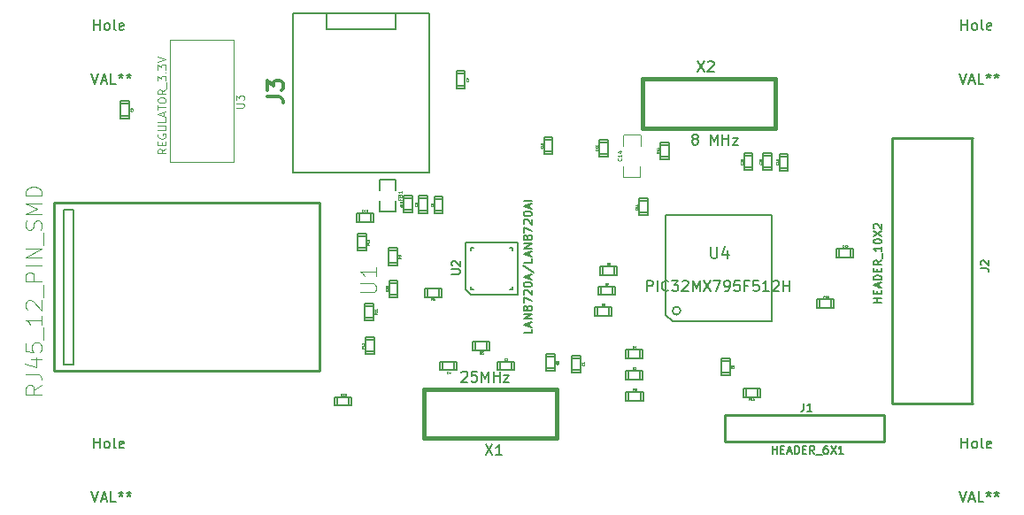
<source format=gto>
G04 (created by PCBNEW (2013-08-24 BZR 4298)-stable) date Sat 16 Nov 2013 10:00:17 PM PST*
%MOIN*%
G04 Gerber Fmt 3.4, Leading zero omitted, Abs format*
%FSLAX34Y34*%
G01*
G70*
G90*
G04 APERTURE LIST*
%ADD10C,0.005906*%
%ADD11C,0.005000*%
%ADD12C,0.010000*%
%ADD13C,0.003900*%
%ADD14C,0.008000*%
%ADD15C,0.005900*%
%ADD16C,0.007900*%
%ADD17C,0.015000*%
%ADD18C,0.001600*%
%ADD19C,0.007500*%
%ADD20C,0.003700*%
%ADD21C,0.006000*%
%ADD22C,0.007874*%
%ADD23C,0.012000*%
G04 APERTURE END LIST*
G54D10*
G54D11*
X21560Y-41247D02*
X21880Y-41247D01*
X21870Y-40807D02*
X21560Y-40807D01*
X21880Y-40707D02*
X21880Y-41347D01*
X21880Y-41347D02*
X21560Y-41347D01*
X21560Y-41347D02*
X21560Y-40707D01*
X21560Y-40707D02*
X21880Y-40707D01*
X22054Y-40266D02*
X22054Y-39946D01*
X21614Y-39956D02*
X21614Y-40266D01*
X21514Y-39946D02*
X22154Y-39946D01*
X22154Y-39946D02*
X22154Y-40266D01*
X22154Y-40266D02*
X21514Y-40266D01*
X21514Y-40266D02*
X21514Y-39946D01*
X36181Y-46532D02*
X36181Y-46852D01*
X36621Y-46842D02*
X36621Y-46532D01*
X36721Y-46852D02*
X36081Y-46852D01*
X36081Y-46852D02*
X36081Y-46532D01*
X36081Y-46532D02*
X36721Y-46532D01*
X36721Y-46532D02*
X36721Y-46852D01*
X21231Y-47179D02*
X21231Y-46859D01*
X20791Y-46869D02*
X20791Y-47179D01*
X20691Y-46859D02*
X21331Y-46859D01*
X21331Y-46859D02*
X21331Y-47179D01*
X21331Y-47179D02*
X20691Y-47179D01*
X20691Y-47179D02*
X20691Y-46859D01*
X22179Y-44709D02*
X21859Y-44709D01*
X21869Y-45149D02*
X22179Y-45149D01*
X21859Y-45249D02*
X21859Y-44609D01*
X21859Y-44609D02*
X22179Y-44609D01*
X22179Y-44609D02*
X22179Y-45249D01*
X22179Y-45249D02*
X21859Y-45249D01*
X21840Y-43869D02*
X22160Y-43869D01*
X22150Y-43429D02*
X21840Y-43429D01*
X22160Y-43329D02*
X22160Y-43969D01*
X22160Y-43969D02*
X21840Y-43969D01*
X21840Y-43969D02*
X21840Y-43329D01*
X21840Y-43329D02*
X22160Y-43329D01*
X23065Y-42551D02*
X22745Y-42551D01*
X22755Y-42991D02*
X23065Y-42991D01*
X22745Y-43091D02*
X22745Y-42451D01*
X22745Y-42451D02*
X23065Y-42451D01*
X23065Y-42451D02*
X23065Y-43091D01*
X23065Y-43091D02*
X22745Y-43091D01*
X22737Y-41786D02*
X23057Y-41786D01*
X23047Y-41346D02*
X22737Y-41346D01*
X23057Y-41246D02*
X23057Y-41886D01*
X23057Y-41886D02*
X22737Y-41886D01*
X22737Y-41886D02*
X22737Y-41246D01*
X22737Y-41246D02*
X23057Y-41246D01*
X31031Y-43793D02*
X31031Y-43473D01*
X30591Y-43483D02*
X30591Y-43793D01*
X30491Y-43473D02*
X31131Y-43473D01*
X31131Y-43473D02*
X31131Y-43793D01*
X31131Y-43793D02*
X30491Y-43793D01*
X30491Y-43793D02*
X30491Y-43473D01*
X31164Y-43014D02*
X31164Y-42694D01*
X30724Y-42704D02*
X30724Y-43014D01*
X30624Y-42694D02*
X31264Y-42694D01*
X31264Y-42694D02*
X31264Y-43014D01*
X31264Y-43014D02*
X30624Y-43014D01*
X30624Y-43014D02*
X30624Y-42694D01*
X31223Y-42266D02*
X31223Y-41946D01*
X30783Y-41956D02*
X30783Y-42266D01*
X30683Y-41946D02*
X31323Y-41946D01*
X31323Y-41946D02*
X31323Y-42266D01*
X31323Y-42266D02*
X30683Y-42266D01*
X30683Y-42266D02*
X30683Y-41946D01*
X26000Y-44780D02*
X26000Y-45100D01*
X26440Y-45090D02*
X26440Y-44780D01*
X26540Y-45100D02*
X25900Y-45100D01*
X25900Y-45100D02*
X25900Y-44780D01*
X25900Y-44780D02*
X26540Y-44780D01*
X26540Y-44780D02*
X26540Y-45100D01*
X32216Y-46990D02*
X32216Y-46670D01*
X31776Y-46680D02*
X31776Y-46990D01*
X31676Y-46670D02*
X32316Y-46670D01*
X32316Y-46670D02*
X32316Y-46990D01*
X32316Y-46990D02*
X31676Y-46990D01*
X31676Y-46990D02*
X31676Y-46670D01*
X32200Y-46195D02*
X32200Y-45875D01*
X31760Y-45885D02*
X31760Y-46195D01*
X31660Y-45875D02*
X32300Y-45875D01*
X32300Y-45875D02*
X32300Y-46195D01*
X32300Y-46195D02*
X31660Y-46195D01*
X31660Y-46195D02*
X31660Y-45875D01*
X32204Y-45392D02*
X32204Y-45072D01*
X31764Y-45082D02*
X31764Y-45392D01*
X31664Y-45072D02*
X32304Y-45072D01*
X32304Y-45072D02*
X32304Y-45392D01*
X32304Y-45392D02*
X31664Y-45392D01*
X31664Y-45392D02*
X31664Y-45072D01*
G54D12*
X41401Y-47531D02*
X35401Y-47531D01*
X41401Y-47531D02*
X41401Y-48531D01*
X41407Y-48537D02*
X35395Y-48537D01*
X35395Y-48537D02*
X35395Y-47529D01*
G54D11*
X37148Y-37768D02*
X36828Y-37768D01*
X36838Y-38208D02*
X37148Y-38208D01*
X36828Y-38308D02*
X36828Y-37668D01*
X36828Y-37668D02*
X37148Y-37668D01*
X37148Y-37668D02*
X37148Y-38308D01*
X37148Y-38308D02*
X36828Y-38308D01*
X36439Y-37772D02*
X36119Y-37772D01*
X36129Y-38212D02*
X36439Y-38212D01*
X36119Y-38312D02*
X36119Y-37672D01*
X36119Y-37672D02*
X36439Y-37672D01*
X36439Y-37672D02*
X36439Y-38312D01*
X36439Y-38312D02*
X36119Y-38312D01*
X33289Y-37358D02*
X32969Y-37358D01*
X32979Y-37798D02*
X33289Y-37798D01*
X32969Y-37898D02*
X32969Y-37258D01*
X32969Y-37258D02*
X33289Y-37258D01*
X33289Y-37258D02*
X33289Y-37898D01*
X33289Y-37898D02*
X32969Y-37898D01*
X37770Y-37783D02*
X37450Y-37783D01*
X37460Y-38223D02*
X37770Y-38223D01*
X37450Y-38323D02*
X37450Y-37683D01*
X37450Y-37683D02*
X37770Y-37683D01*
X37770Y-37683D02*
X37770Y-38323D01*
X37770Y-38323D02*
X37450Y-38323D01*
X30986Y-37260D02*
X30666Y-37260D01*
X30676Y-37700D02*
X30986Y-37700D01*
X30666Y-37800D02*
X30666Y-37160D01*
X30666Y-37160D02*
X30986Y-37160D01*
X30986Y-37160D02*
X30986Y-37800D01*
X30986Y-37800D02*
X30666Y-37800D01*
X40133Y-41593D02*
X40133Y-41273D01*
X39693Y-41283D02*
X39693Y-41593D01*
X39593Y-41273D02*
X40233Y-41273D01*
X40233Y-41273D02*
X40233Y-41593D01*
X40233Y-41593D02*
X39593Y-41593D01*
X39593Y-41593D02*
X39593Y-41273D01*
X32478Y-39476D02*
X32158Y-39476D01*
X32168Y-39916D02*
X32478Y-39916D01*
X32158Y-40016D02*
X32158Y-39376D01*
X32158Y-39376D02*
X32478Y-39376D01*
X32478Y-39376D02*
X32478Y-40016D01*
X32478Y-40016D02*
X32158Y-40016D01*
X39408Y-43502D02*
X39408Y-43182D01*
X38968Y-43192D02*
X38968Y-43502D01*
X38868Y-43182D02*
X39508Y-43182D01*
X39508Y-43182D02*
X39508Y-43502D01*
X39508Y-43502D02*
X38868Y-43502D01*
X38868Y-43502D02*
X38868Y-43182D01*
X12643Y-36255D02*
X12963Y-36255D01*
X12953Y-35815D02*
X12643Y-35815D01*
X12963Y-35715D02*
X12963Y-36355D01*
X12963Y-36355D02*
X12643Y-36355D01*
X12643Y-36355D02*
X12643Y-35715D01*
X12643Y-35715D02*
X12963Y-35715D01*
X35273Y-45940D02*
X35593Y-45940D01*
X35583Y-45500D02*
X35273Y-45500D01*
X35593Y-45400D02*
X35593Y-46040D01*
X35593Y-46040D02*
X35273Y-46040D01*
X35273Y-46040D02*
X35273Y-45400D01*
X35273Y-45400D02*
X35593Y-45400D01*
X25288Y-35121D02*
X25608Y-35121D01*
X25598Y-34681D02*
X25288Y-34681D01*
X25608Y-34581D02*
X25608Y-35221D01*
X25608Y-35221D02*
X25288Y-35221D01*
X25288Y-35221D02*
X25288Y-34581D01*
X25288Y-34581D02*
X25608Y-34581D01*
X24183Y-39378D02*
X23863Y-39378D01*
X23873Y-39818D02*
X24183Y-39818D01*
X23863Y-39918D02*
X23863Y-39278D01*
X23863Y-39278D02*
X24183Y-39278D01*
X24183Y-39278D02*
X24183Y-39918D01*
X24183Y-39918D02*
X23863Y-39918D01*
X24770Y-39398D02*
X24450Y-39398D01*
X24460Y-39838D02*
X24770Y-39838D01*
X24450Y-39938D02*
X24450Y-39298D01*
X24450Y-39298D02*
X24770Y-39298D01*
X24770Y-39298D02*
X24770Y-39938D01*
X24770Y-39938D02*
X24450Y-39938D01*
X24760Y-45528D02*
X24760Y-45848D01*
X25200Y-45838D02*
X25200Y-45528D01*
X25300Y-45848D02*
X24660Y-45848D01*
X24660Y-45848D02*
X24660Y-45528D01*
X24660Y-45528D02*
X25300Y-45528D01*
X25300Y-45528D02*
X25300Y-45848D01*
X27365Y-45841D02*
X27365Y-45521D01*
X26925Y-45531D02*
X26925Y-45841D01*
X26825Y-45521D02*
X27465Y-45521D01*
X27465Y-45521D02*
X27465Y-45841D01*
X27465Y-45841D02*
X26825Y-45841D01*
X26825Y-45841D02*
X26825Y-45521D01*
X29643Y-45830D02*
X29963Y-45830D01*
X29953Y-45390D02*
X29643Y-45390D01*
X29963Y-45290D02*
X29963Y-45930D01*
X29963Y-45930D02*
X29643Y-45930D01*
X29643Y-45930D02*
X29643Y-45290D01*
X29643Y-45290D02*
X29963Y-45290D01*
G54D13*
X16904Y-33385D02*
X16904Y-37985D01*
X16904Y-37985D02*
X14504Y-37985D01*
X14504Y-37985D02*
X14504Y-33385D01*
X14504Y-33385D02*
X16904Y-33385D01*
G54D11*
X22408Y-39063D02*
X22408Y-38663D01*
X22408Y-38663D02*
X23008Y-38663D01*
X23008Y-38663D02*
X23008Y-39063D01*
X23008Y-39463D02*
X23008Y-39863D01*
X23008Y-39863D02*
X22408Y-39863D01*
X22408Y-39863D02*
X22408Y-39463D01*
G54D14*
X33723Y-43603D02*
G75*
G03X33723Y-43603I-150J0D01*
G74*
G01*
X37173Y-40003D02*
X33173Y-40003D01*
X33173Y-40003D02*
X33173Y-43753D01*
X33173Y-43753D02*
X33423Y-44003D01*
X33423Y-44003D02*
X37173Y-44003D01*
X37173Y-44003D02*
X37173Y-40003D01*
G54D13*
X32203Y-38169D02*
X32203Y-38569D01*
X32189Y-38571D02*
X31589Y-38571D01*
X31565Y-38571D02*
X31565Y-38171D01*
X31563Y-37387D02*
X31563Y-36987D01*
X31589Y-36981D02*
X32189Y-36981D01*
X32211Y-36983D02*
X32211Y-37383D01*
G54D12*
X41714Y-37106D02*
X44714Y-37106D01*
X41685Y-37106D02*
X41685Y-47106D01*
X44685Y-37106D02*
X44685Y-47106D01*
X44714Y-47106D02*
X41714Y-47106D01*
G54D11*
X24181Y-42765D02*
X24181Y-43085D01*
X24621Y-43075D02*
X24621Y-42765D01*
X24721Y-43085D02*
X24081Y-43085D01*
X24081Y-43085D02*
X24081Y-42765D01*
X24081Y-42765D02*
X24721Y-42765D01*
X24721Y-42765D02*
X24721Y-43085D01*
G54D15*
X25638Y-42803D02*
X25638Y-41039D01*
X25834Y-42999D02*
X27598Y-42999D01*
X25834Y-42999D02*
X25638Y-42803D01*
G54D16*
X25932Y-42803D02*
X25834Y-42803D01*
X25834Y-42803D02*
X25834Y-42705D01*
X27402Y-42705D02*
X27402Y-42803D01*
X27402Y-42803D02*
X27304Y-42803D01*
X27304Y-41235D02*
X27402Y-41235D01*
X27402Y-41235D02*
X27402Y-41333D01*
X25834Y-41333D02*
X25834Y-41235D01*
X25834Y-41235D02*
X25932Y-41235D01*
G54D15*
X27598Y-41039D02*
X27598Y-42999D01*
X25638Y-41039D02*
X27598Y-41039D01*
G54D17*
X37303Y-34881D02*
X37303Y-36732D01*
X32303Y-34881D02*
X32303Y-36732D01*
X32303Y-36732D02*
X37303Y-36732D01*
X32303Y-34881D02*
X37303Y-34881D01*
X24074Y-48401D02*
X24074Y-46551D01*
X29074Y-48401D02*
X29074Y-46551D01*
X29074Y-46551D02*
X24074Y-46551D01*
X29074Y-48401D02*
X24074Y-48401D01*
G54D10*
X10875Y-39807D02*
X10482Y-39807D01*
X10482Y-39807D02*
X10482Y-45633D01*
X10482Y-45633D02*
X10875Y-45633D01*
X10875Y-45633D02*
X10875Y-39807D01*
G54D12*
X20137Y-39531D02*
X20137Y-45870D01*
X20137Y-45870D02*
X10137Y-45870D01*
X10137Y-45870D02*
X10137Y-39531D01*
X10137Y-39531D02*
X20137Y-39531D01*
G54D11*
X28670Y-45775D02*
X28990Y-45775D01*
X28980Y-45335D02*
X28670Y-45335D01*
X28990Y-45235D02*
X28990Y-45875D01*
X28990Y-45875D02*
X28670Y-45875D01*
X28670Y-45875D02*
X28670Y-45235D01*
X28670Y-45235D02*
X28990Y-45235D01*
X23624Y-39370D02*
X23304Y-39370D01*
X23314Y-39810D02*
X23624Y-39810D01*
X23304Y-39910D02*
X23304Y-39270D01*
X23304Y-39270D02*
X23624Y-39270D01*
X23624Y-39270D02*
X23624Y-39910D01*
X23624Y-39910D02*
X23304Y-39910D01*
X28900Y-37165D02*
X28580Y-37165D01*
X28590Y-37605D02*
X28900Y-37605D01*
X28580Y-37705D02*
X28580Y-37065D01*
X28580Y-37065D02*
X28900Y-37065D01*
X28900Y-37065D02*
X28900Y-37705D01*
X28900Y-37705D02*
X28580Y-37705D01*
X20393Y-32405D02*
X20393Y-33015D01*
X20393Y-33015D02*
X22992Y-33015D01*
X22992Y-33015D02*
X22992Y-32415D01*
G54D16*
X19132Y-38389D02*
X19132Y-32405D01*
X19132Y-32405D02*
X24252Y-32405D01*
X24252Y-32405D02*
X24252Y-38389D01*
X24252Y-38389D02*
X19132Y-38389D01*
G54D18*
X22006Y-41078D02*
X21968Y-41104D01*
X22006Y-41123D02*
X21927Y-41123D01*
X21927Y-41093D01*
X21930Y-41085D01*
X21934Y-41082D01*
X21942Y-41078D01*
X21953Y-41078D01*
X21961Y-41082D01*
X21964Y-41085D01*
X21968Y-41093D01*
X21968Y-41123D01*
X22006Y-41003D02*
X22006Y-41048D01*
X22006Y-41025D02*
X21927Y-41025D01*
X21938Y-41033D01*
X21946Y-41040D01*
X21949Y-41048D01*
X21927Y-40935D02*
X21927Y-40950D01*
X21930Y-40957D01*
X21934Y-40961D01*
X21946Y-40969D01*
X21961Y-40973D01*
X21991Y-40973D01*
X21998Y-40969D01*
X22002Y-40965D01*
X22006Y-40957D01*
X22006Y-40942D01*
X22002Y-40935D01*
X21998Y-40931D01*
X21991Y-40927D01*
X21972Y-40927D01*
X21964Y-40931D01*
X21961Y-40935D01*
X21957Y-40942D01*
X21957Y-40957D01*
X21961Y-40965D01*
X21964Y-40969D01*
X21972Y-40973D01*
X21783Y-39892D02*
X21757Y-39854D01*
X21738Y-39892D02*
X21738Y-39813D01*
X21768Y-39813D01*
X21776Y-39816D01*
X21780Y-39820D01*
X21783Y-39828D01*
X21783Y-39839D01*
X21780Y-39846D01*
X21776Y-39850D01*
X21768Y-39854D01*
X21738Y-39854D01*
X21859Y-39892D02*
X21813Y-39892D01*
X21836Y-39892D02*
X21836Y-39813D01*
X21829Y-39824D01*
X21821Y-39831D01*
X21813Y-39835D01*
X21930Y-39813D02*
X21892Y-39813D01*
X21889Y-39850D01*
X21892Y-39846D01*
X21900Y-39843D01*
X21919Y-39843D01*
X21926Y-39846D01*
X21930Y-39850D01*
X21934Y-39858D01*
X21934Y-39876D01*
X21930Y-39884D01*
X21926Y-39888D01*
X21919Y-39892D01*
X21900Y-39892D01*
X21892Y-39888D01*
X21889Y-39884D01*
X36350Y-46978D02*
X36324Y-46941D01*
X36305Y-46978D02*
X36305Y-46899D01*
X36335Y-46899D01*
X36343Y-46903D01*
X36347Y-46907D01*
X36350Y-46914D01*
X36350Y-46925D01*
X36347Y-46933D01*
X36343Y-46937D01*
X36335Y-46941D01*
X36305Y-46941D01*
X36426Y-46978D02*
X36380Y-46978D01*
X36403Y-46978D02*
X36403Y-46899D01*
X36395Y-46910D01*
X36388Y-46918D01*
X36380Y-46922D01*
X36493Y-46925D02*
X36493Y-46978D01*
X36474Y-46895D02*
X36456Y-46952D01*
X36505Y-46952D01*
X20961Y-46805D02*
X20934Y-46767D01*
X20915Y-46805D02*
X20915Y-46726D01*
X20945Y-46726D01*
X20953Y-46730D01*
X20957Y-46733D01*
X20961Y-46741D01*
X20961Y-46752D01*
X20957Y-46760D01*
X20953Y-46764D01*
X20945Y-46767D01*
X20915Y-46767D01*
X21036Y-46805D02*
X20991Y-46805D01*
X21013Y-46805D02*
X21013Y-46726D01*
X21006Y-46737D01*
X20998Y-46745D01*
X20991Y-46748D01*
X21062Y-46726D02*
X21111Y-46726D01*
X21085Y-46756D01*
X21096Y-46756D01*
X21103Y-46760D01*
X21107Y-46764D01*
X21111Y-46771D01*
X21111Y-46790D01*
X21107Y-46797D01*
X21103Y-46801D01*
X21096Y-46805D01*
X21073Y-46805D01*
X21066Y-46801D01*
X21062Y-46797D01*
X21805Y-44979D02*
X21767Y-45006D01*
X21805Y-45025D02*
X21726Y-45025D01*
X21726Y-44994D01*
X21730Y-44987D01*
X21733Y-44983D01*
X21741Y-44979D01*
X21752Y-44979D01*
X21760Y-44983D01*
X21764Y-44987D01*
X21767Y-44994D01*
X21767Y-45025D01*
X21805Y-44904D02*
X21805Y-44949D01*
X21805Y-44927D02*
X21726Y-44927D01*
X21737Y-44934D01*
X21745Y-44942D01*
X21748Y-44949D01*
X21733Y-44874D02*
X21730Y-44870D01*
X21726Y-44863D01*
X21726Y-44844D01*
X21730Y-44836D01*
X21733Y-44833D01*
X21741Y-44829D01*
X21748Y-44829D01*
X21760Y-44833D01*
X21805Y-44878D01*
X21805Y-44829D01*
X22285Y-43700D02*
X22248Y-43726D01*
X22285Y-43745D02*
X22206Y-43745D01*
X22206Y-43715D01*
X22210Y-43707D01*
X22214Y-43704D01*
X22221Y-43700D01*
X22233Y-43700D01*
X22240Y-43704D01*
X22244Y-43707D01*
X22248Y-43715D01*
X22248Y-43745D01*
X22285Y-43625D02*
X22285Y-43670D01*
X22285Y-43647D02*
X22206Y-43647D01*
X22218Y-43655D01*
X22225Y-43662D01*
X22229Y-43670D01*
X22285Y-43549D02*
X22285Y-43595D01*
X22285Y-43572D02*
X22206Y-43572D01*
X22218Y-43580D01*
X22225Y-43587D01*
X22229Y-43595D01*
X22691Y-42822D02*
X22653Y-42848D01*
X22691Y-42867D02*
X22612Y-42867D01*
X22612Y-42837D01*
X22616Y-42829D01*
X22619Y-42826D01*
X22627Y-42822D01*
X22638Y-42822D01*
X22646Y-42826D01*
X22649Y-42829D01*
X22653Y-42837D01*
X22653Y-42867D01*
X22691Y-42747D02*
X22691Y-42792D01*
X22691Y-42769D02*
X22612Y-42769D01*
X22623Y-42777D01*
X22631Y-42784D01*
X22634Y-42792D01*
X22612Y-42698D02*
X22612Y-42690D01*
X22616Y-42683D01*
X22619Y-42679D01*
X22627Y-42675D01*
X22642Y-42671D01*
X22661Y-42671D01*
X22676Y-42675D01*
X22683Y-42679D01*
X22687Y-42683D01*
X22691Y-42690D01*
X22691Y-42698D01*
X22687Y-42705D01*
X22683Y-42709D01*
X22676Y-42713D01*
X22661Y-42717D01*
X22642Y-42717D01*
X22627Y-42713D01*
X22619Y-42709D01*
X22616Y-42705D01*
X22612Y-42698D01*
X23183Y-41580D02*
X23145Y-41606D01*
X23183Y-41625D02*
X23104Y-41625D01*
X23104Y-41595D01*
X23108Y-41587D01*
X23111Y-41583D01*
X23119Y-41580D01*
X23130Y-41580D01*
X23138Y-41583D01*
X23141Y-41587D01*
X23145Y-41595D01*
X23145Y-41625D01*
X23183Y-41542D02*
X23183Y-41527D01*
X23179Y-41519D01*
X23175Y-41516D01*
X23164Y-41508D01*
X23149Y-41504D01*
X23119Y-41504D01*
X23111Y-41508D01*
X23108Y-41512D01*
X23104Y-41519D01*
X23104Y-41534D01*
X23108Y-41542D01*
X23111Y-41546D01*
X23119Y-41550D01*
X23138Y-41550D01*
X23145Y-41546D01*
X23149Y-41542D01*
X23153Y-41534D01*
X23153Y-41519D01*
X23149Y-41512D01*
X23145Y-41508D01*
X23138Y-41504D01*
X30797Y-43419D02*
X30771Y-43381D01*
X30752Y-43419D02*
X30752Y-43340D01*
X30782Y-43340D01*
X30790Y-43344D01*
X30794Y-43348D01*
X30797Y-43355D01*
X30797Y-43366D01*
X30794Y-43374D01*
X30790Y-43378D01*
X30782Y-43381D01*
X30752Y-43381D01*
X30843Y-43374D02*
X30835Y-43370D01*
X30831Y-43366D01*
X30827Y-43359D01*
X30827Y-43355D01*
X30831Y-43348D01*
X30835Y-43344D01*
X30843Y-43340D01*
X30858Y-43340D01*
X30865Y-43344D01*
X30869Y-43348D01*
X30873Y-43355D01*
X30873Y-43359D01*
X30869Y-43366D01*
X30865Y-43370D01*
X30858Y-43374D01*
X30843Y-43374D01*
X30835Y-43378D01*
X30831Y-43381D01*
X30827Y-43389D01*
X30827Y-43404D01*
X30831Y-43412D01*
X30835Y-43415D01*
X30843Y-43419D01*
X30858Y-43419D01*
X30865Y-43415D01*
X30869Y-43412D01*
X30873Y-43404D01*
X30873Y-43389D01*
X30869Y-43381D01*
X30865Y-43378D01*
X30858Y-43374D01*
X30931Y-42640D02*
X30905Y-42602D01*
X30886Y-42640D02*
X30886Y-42561D01*
X30916Y-42561D01*
X30924Y-42564D01*
X30927Y-42568D01*
X30931Y-42576D01*
X30931Y-42587D01*
X30927Y-42594D01*
X30924Y-42598D01*
X30916Y-42602D01*
X30886Y-42602D01*
X30958Y-42561D02*
X31010Y-42561D01*
X30976Y-42640D01*
X30990Y-41892D02*
X30964Y-41854D01*
X30945Y-41892D02*
X30945Y-41813D01*
X30975Y-41813D01*
X30983Y-41816D01*
X30987Y-41820D01*
X30990Y-41828D01*
X30990Y-41839D01*
X30987Y-41846D01*
X30983Y-41850D01*
X30975Y-41854D01*
X30945Y-41854D01*
X31058Y-41813D02*
X31043Y-41813D01*
X31035Y-41816D01*
X31032Y-41820D01*
X31024Y-41831D01*
X31020Y-41846D01*
X31020Y-41876D01*
X31024Y-41884D01*
X31028Y-41888D01*
X31035Y-41892D01*
X31050Y-41892D01*
X31058Y-41888D01*
X31062Y-41884D01*
X31066Y-41876D01*
X31066Y-41858D01*
X31062Y-41850D01*
X31058Y-41846D01*
X31050Y-41843D01*
X31035Y-41843D01*
X31028Y-41846D01*
X31024Y-41850D01*
X31020Y-41858D01*
X26207Y-45226D02*
X26180Y-45189D01*
X26162Y-45226D02*
X26162Y-45147D01*
X26192Y-45147D01*
X26199Y-45151D01*
X26203Y-45155D01*
X26207Y-45162D01*
X26207Y-45174D01*
X26203Y-45181D01*
X26199Y-45185D01*
X26192Y-45189D01*
X26162Y-45189D01*
X26278Y-45147D02*
X26241Y-45147D01*
X26237Y-45185D01*
X26241Y-45181D01*
X26248Y-45177D01*
X26267Y-45177D01*
X26275Y-45181D01*
X26278Y-45185D01*
X26282Y-45192D01*
X26282Y-45211D01*
X26278Y-45219D01*
X26275Y-45222D01*
X26267Y-45226D01*
X26248Y-45226D01*
X26241Y-45222D01*
X26237Y-45219D01*
X31982Y-46616D02*
X31956Y-46578D01*
X31937Y-46616D02*
X31937Y-46537D01*
X31967Y-46537D01*
X31975Y-46541D01*
X31979Y-46544D01*
X31982Y-46552D01*
X31982Y-46563D01*
X31979Y-46571D01*
X31975Y-46575D01*
X31967Y-46578D01*
X31937Y-46578D01*
X32009Y-46537D02*
X32058Y-46537D01*
X32031Y-46567D01*
X32043Y-46567D01*
X32050Y-46571D01*
X32054Y-46575D01*
X32058Y-46582D01*
X32058Y-46601D01*
X32054Y-46608D01*
X32050Y-46612D01*
X32043Y-46616D01*
X32020Y-46616D01*
X32012Y-46612D01*
X32009Y-46608D01*
X31967Y-45821D02*
X31940Y-45783D01*
X31922Y-45821D02*
X31922Y-45742D01*
X31952Y-45742D01*
X31959Y-45745D01*
X31963Y-45749D01*
X31967Y-45757D01*
X31967Y-45768D01*
X31963Y-45776D01*
X31959Y-45779D01*
X31952Y-45783D01*
X31922Y-45783D01*
X31997Y-45749D02*
X32001Y-45745D01*
X32008Y-45742D01*
X32027Y-45742D01*
X32034Y-45745D01*
X32038Y-45749D01*
X32042Y-45757D01*
X32042Y-45764D01*
X32038Y-45776D01*
X31993Y-45821D01*
X32042Y-45821D01*
X31971Y-45018D02*
X31944Y-44980D01*
X31925Y-45018D02*
X31925Y-44939D01*
X31956Y-44939D01*
X31963Y-44942D01*
X31967Y-44946D01*
X31971Y-44954D01*
X31971Y-44965D01*
X31967Y-44972D01*
X31963Y-44976D01*
X31956Y-44980D01*
X31925Y-44980D01*
X32046Y-45018D02*
X32001Y-45018D01*
X32023Y-45018D02*
X32023Y-44939D01*
X32016Y-44950D01*
X32008Y-44957D01*
X32001Y-44961D01*
G54D19*
X38371Y-47085D02*
X38371Y-47299D01*
X38357Y-47342D01*
X38328Y-47370D01*
X38285Y-47385D01*
X38257Y-47385D01*
X38671Y-47385D02*
X38500Y-47385D01*
X38585Y-47385D02*
X38585Y-47085D01*
X38557Y-47128D01*
X38528Y-47156D01*
X38500Y-47170D01*
X37179Y-48999D02*
X37179Y-48699D01*
X37179Y-48842D02*
X37350Y-48842D01*
X37350Y-48999D02*
X37350Y-48699D01*
X37493Y-48842D02*
X37593Y-48842D01*
X37636Y-48999D02*
X37493Y-48999D01*
X37493Y-48699D01*
X37636Y-48699D01*
X37750Y-48913D02*
X37893Y-48913D01*
X37721Y-48999D02*
X37821Y-48699D01*
X37921Y-48999D01*
X38021Y-48999D02*
X38021Y-48699D01*
X38093Y-48699D01*
X38136Y-48713D01*
X38164Y-48742D01*
X38179Y-48770D01*
X38193Y-48827D01*
X38193Y-48870D01*
X38179Y-48927D01*
X38164Y-48956D01*
X38136Y-48984D01*
X38093Y-48999D01*
X38021Y-48999D01*
X38321Y-48842D02*
X38421Y-48842D01*
X38464Y-48999D02*
X38321Y-48999D01*
X38321Y-48699D01*
X38464Y-48699D01*
X38764Y-48999D02*
X38664Y-48856D01*
X38593Y-48999D02*
X38593Y-48699D01*
X38707Y-48699D01*
X38736Y-48713D01*
X38750Y-48727D01*
X38764Y-48756D01*
X38764Y-48799D01*
X38750Y-48827D01*
X38736Y-48842D01*
X38707Y-48856D01*
X38593Y-48856D01*
X38821Y-49027D02*
X39050Y-49027D01*
X39250Y-48699D02*
X39193Y-48699D01*
X39164Y-48713D01*
X39150Y-48727D01*
X39121Y-48770D01*
X39107Y-48827D01*
X39107Y-48942D01*
X39121Y-48970D01*
X39136Y-48984D01*
X39164Y-48999D01*
X39221Y-48999D01*
X39250Y-48984D01*
X39264Y-48970D01*
X39279Y-48942D01*
X39279Y-48870D01*
X39264Y-48842D01*
X39250Y-48827D01*
X39221Y-48813D01*
X39164Y-48813D01*
X39136Y-48827D01*
X39121Y-48842D01*
X39107Y-48870D01*
X39379Y-48699D02*
X39579Y-48999D01*
X39579Y-48699D02*
X39379Y-48999D01*
X39850Y-48999D02*
X39679Y-48999D01*
X39764Y-48999D02*
X39764Y-48699D01*
X39736Y-48742D01*
X39707Y-48770D01*
X39679Y-48784D01*
G54D18*
X36766Y-38038D02*
X36770Y-38042D01*
X36773Y-38054D01*
X36773Y-38061D01*
X36770Y-38072D01*
X36762Y-38080D01*
X36755Y-38084D01*
X36740Y-38087D01*
X36728Y-38087D01*
X36713Y-38084D01*
X36706Y-38080D01*
X36698Y-38072D01*
X36694Y-38061D01*
X36694Y-38054D01*
X36698Y-38042D01*
X36702Y-38038D01*
X36702Y-38008D02*
X36698Y-38005D01*
X36694Y-37997D01*
X36694Y-37978D01*
X36698Y-37971D01*
X36702Y-37967D01*
X36709Y-37963D01*
X36717Y-37963D01*
X36728Y-37967D01*
X36773Y-38012D01*
X36773Y-37963D01*
X36773Y-37888D02*
X36773Y-37933D01*
X36773Y-37911D02*
X36694Y-37911D01*
X36706Y-37918D01*
X36713Y-37926D01*
X36717Y-37933D01*
X36057Y-38042D02*
X36061Y-38046D01*
X36065Y-38057D01*
X36065Y-38065D01*
X36061Y-38076D01*
X36053Y-38084D01*
X36046Y-38088D01*
X36031Y-38091D01*
X36020Y-38091D01*
X36005Y-38088D01*
X35997Y-38084D01*
X35990Y-38076D01*
X35986Y-38065D01*
X35986Y-38057D01*
X35990Y-38046D01*
X35993Y-38042D01*
X35993Y-38012D02*
X35990Y-38009D01*
X35986Y-38001D01*
X35986Y-37982D01*
X35990Y-37975D01*
X35993Y-37971D01*
X36001Y-37967D01*
X36008Y-37967D01*
X36020Y-37971D01*
X36065Y-38016D01*
X36065Y-37967D01*
X35986Y-37918D02*
X35986Y-37911D01*
X35990Y-37903D01*
X35993Y-37899D01*
X36001Y-37896D01*
X36016Y-37892D01*
X36035Y-37892D01*
X36050Y-37896D01*
X36057Y-37899D01*
X36061Y-37903D01*
X36065Y-37911D01*
X36065Y-37918D01*
X36061Y-37926D01*
X36057Y-37930D01*
X36050Y-37933D01*
X36035Y-37937D01*
X36016Y-37937D01*
X36001Y-37933D01*
X35993Y-37930D01*
X35990Y-37926D01*
X35986Y-37918D01*
X32908Y-37629D02*
X32911Y-37633D01*
X32915Y-37644D01*
X32915Y-37652D01*
X32911Y-37663D01*
X32904Y-37670D01*
X32896Y-37674D01*
X32881Y-37678D01*
X32870Y-37678D01*
X32855Y-37674D01*
X32847Y-37670D01*
X32840Y-37663D01*
X32836Y-37652D01*
X32836Y-37644D01*
X32840Y-37633D01*
X32844Y-37629D01*
X32915Y-37554D02*
X32915Y-37599D01*
X32915Y-37576D02*
X32836Y-37576D01*
X32847Y-37584D01*
X32855Y-37591D01*
X32859Y-37599D01*
X32915Y-37516D02*
X32915Y-37501D01*
X32911Y-37494D01*
X32908Y-37490D01*
X32896Y-37482D01*
X32881Y-37479D01*
X32851Y-37479D01*
X32844Y-37482D01*
X32840Y-37486D01*
X32836Y-37494D01*
X32836Y-37509D01*
X32840Y-37516D01*
X32844Y-37520D01*
X32851Y-37524D01*
X32870Y-37524D01*
X32878Y-37520D01*
X32881Y-37516D01*
X32885Y-37509D01*
X32885Y-37494D01*
X32881Y-37486D01*
X32878Y-37482D01*
X32870Y-37479D01*
X37388Y-38054D02*
X37392Y-38058D01*
X37395Y-38069D01*
X37395Y-38077D01*
X37392Y-38088D01*
X37384Y-38096D01*
X37377Y-38099D01*
X37362Y-38103D01*
X37350Y-38103D01*
X37335Y-38099D01*
X37328Y-38096D01*
X37320Y-38088D01*
X37316Y-38077D01*
X37316Y-38069D01*
X37320Y-38058D01*
X37324Y-38054D01*
X37395Y-37979D02*
X37395Y-38024D01*
X37395Y-38002D02*
X37316Y-38002D01*
X37328Y-38009D01*
X37335Y-38017D01*
X37339Y-38024D01*
X37350Y-37934D02*
X37347Y-37941D01*
X37343Y-37945D01*
X37335Y-37949D01*
X37332Y-37949D01*
X37324Y-37945D01*
X37320Y-37941D01*
X37316Y-37934D01*
X37316Y-37919D01*
X37320Y-37911D01*
X37324Y-37908D01*
X37332Y-37904D01*
X37335Y-37904D01*
X37343Y-37908D01*
X37347Y-37911D01*
X37350Y-37919D01*
X37350Y-37934D01*
X37354Y-37941D01*
X37358Y-37945D01*
X37365Y-37949D01*
X37380Y-37949D01*
X37388Y-37945D01*
X37392Y-37941D01*
X37395Y-37934D01*
X37395Y-37919D01*
X37392Y-37911D01*
X37388Y-37908D01*
X37380Y-37904D01*
X37365Y-37904D01*
X37358Y-37908D01*
X37354Y-37911D01*
X37350Y-37919D01*
X30604Y-37531D02*
X30608Y-37534D01*
X30612Y-37546D01*
X30612Y-37553D01*
X30608Y-37564D01*
X30601Y-37572D01*
X30593Y-37576D01*
X30578Y-37580D01*
X30567Y-37580D01*
X30552Y-37576D01*
X30544Y-37572D01*
X30537Y-37564D01*
X30533Y-37553D01*
X30533Y-37546D01*
X30537Y-37534D01*
X30541Y-37531D01*
X30612Y-37455D02*
X30612Y-37501D01*
X30612Y-37478D02*
X30533Y-37478D01*
X30544Y-37485D01*
X30552Y-37493D01*
X30556Y-37501D01*
X30533Y-37429D02*
X30533Y-37380D01*
X30563Y-37406D01*
X30563Y-37395D01*
X30567Y-37388D01*
X30571Y-37384D01*
X30578Y-37380D01*
X30597Y-37380D01*
X30604Y-37384D01*
X30608Y-37388D01*
X30612Y-37395D01*
X30612Y-37418D01*
X30608Y-37425D01*
X30604Y-37429D01*
X39862Y-41211D02*
X39858Y-41215D01*
X39847Y-41218D01*
X39840Y-41218D01*
X39828Y-41215D01*
X39821Y-41207D01*
X39817Y-41199D01*
X39813Y-41184D01*
X39813Y-41173D01*
X39817Y-41158D01*
X39821Y-41151D01*
X39828Y-41143D01*
X39840Y-41139D01*
X39847Y-41139D01*
X39858Y-41143D01*
X39862Y-41147D01*
X39937Y-41218D02*
X39892Y-41218D01*
X39915Y-41218D02*
X39915Y-41139D01*
X39907Y-41151D01*
X39900Y-41158D01*
X39892Y-41162D01*
X39967Y-41147D02*
X39971Y-41143D01*
X39979Y-41139D01*
X39998Y-41139D01*
X40005Y-41143D01*
X40009Y-41147D01*
X40013Y-41154D01*
X40013Y-41162D01*
X40009Y-41173D01*
X39964Y-41218D01*
X40013Y-41218D01*
X32097Y-39747D02*
X32100Y-39751D01*
X32104Y-39762D01*
X32104Y-39770D01*
X32100Y-39781D01*
X32093Y-39789D01*
X32085Y-39792D01*
X32070Y-39796D01*
X32059Y-39796D01*
X32044Y-39792D01*
X32036Y-39789D01*
X32029Y-39781D01*
X32025Y-39770D01*
X32025Y-39762D01*
X32029Y-39751D01*
X32033Y-39747D01*
X32104Y-39672D02*
X32104Y-39717D01*
X32104Y-39694D02*
X32025Y-39694D01*
X32036Y-39702D01*
X32044Y-39710D01*
X32048Y-39717D01*
X32104Y-39597D02*
X32104Y-39642D01*
X32104Y-39619D02*
X32025Y-39619D01*
X32036Y-39627D01*
X32044Y-39634D01*
X32048Y-39642D01*
X39138Y-43120D02*
X39134Y-43124D01*
X39123Y-43128D01*
X39115Y-43128D01*
X39104Y-43124D01*
X39096Y-43116D01*
X39093Y-43109D01*
X39089Y-43094D01*
X39089Y-43083D01*
X39093Y-43068D01*
X39096Y-43060D01*
X39104Y-43053D01*
X39115Y-43049D01*
X39123Y-43049D01*
X39134Y-43053D01*
X39138Y-43056D01*
X39213Y-43128D02*
X39168Y-43128D01*
X39190Y-43128D02*
X39190Y-43049D01*
X39183Y-43060D01*
X39175Y-43068D01*
X39168Y-43071D01*
X39262Y-43049D02*
X39269Y-43049D01*
X39277Y-43053D01*
X39281Y-43056D01*
X39284Y-43064D01*
X39288Y-43079D01*
X39288Y-43098D01*
X39284Y-43113D01*
X39281Y-43120D01*
X39277Y-43124D01*
X39269Y-43128D01*
X39262Y-43128D01*
X39254Y-43124D01*
X39251Y-43120D01*
X39247Y-43113D01*
X39243Y-43098D01*
X39243Y-43079D01*
X39247Y-43064D01*
X39251Y-43056D01*
X39254Y-43053D01*
X39262Y-43049D01*
X13081Y-36048D02*
X13085Y-36052D01*
X13088Y-36063D01*
X13088Y-36071D01*
X13085Y-36082D01*
X13077Y-36089D01*
X13070Y-36093D01*
X13055Y-36097D01*
X13043Y-36097D01*
X13028Y-36093D01*
X13021Y-36089D01*
X13013Y-36082D01*
X13009Y-36071D01*
X13009Y-36063D01*
X13013Y-36052D01*
X13017Y-36048D01*
X13088Y-36010D02*
X13088Y-35995D01*
X13085Y-35988D01*
X13081Y-35984D01*
X13070Y-35977D01*
X13055Y-35973D01*
X13024Y-35973D01*
X13017Y-35977D01*
X13013Y-35980D01*
X13009Y-35988D01*
X13009Y-36003D01*
X13013Y-36010D01*
X13017Y-36014D01*
X13024Y-36018D01*
X13043Y-36018D01*
X13051Y-36014D01*
X13055Y-36010D01*
X13058Y-36003D01*
X13058Y-35988D01*
X13055Y-35980D01*
X13051Y-35977D01*
X13043Y-35973D01*
X35711Y-45733D02*
X35715Y-45737D01*
X35718Y-45748D01*
X35718Y-45756D01*
X35715Y-45767D01*
X35707Y-45775D01*
X35699Y-45778D01*
X35684Y-45782D01*
X35673Y-45782D01*
X35658Y-45778D01*
X35651Y-45775D01*
X35643Y-45767D01*
X35639Y-45756D01*
X35639Y-45748D01*
X35643Y-45737D01*
X35647Y-45733D01*
X35673Y-45688D02*
X35669Y-45696D01*
X35666Y-45699D01*
X35658Y-45703D01*
X35654Y-45703D01*
X35647Y-45699D01*
X35643Y-45696D01*
X35639Y-45688D01*
X35639Y-45673D01*
X35643Y-45665D01*
X35647Y-45662D01*
X35654Y-45658D01*
X35658Y-45658D01*
X35666Y-45662D01*
X35669Y-45665D01*
X35673Y-45673D01*
X35673Y-45688D01*
X35677Y-45696D01*
X35681Y-45699D01*
X35688Y-45703D01*
X35703Y-45703D01*
X35711Y-45699D01*
X35715Y-45696D01*
X35718Y-45688D01*
X35718Y-45673D01*
X35715Y-45665D01*
X35711Y-45662D01*
X35703Y-45658D01*
X35688Y-45658D01*
X35681Y-45662D01*
X35677Y-45665D01*
X35673Y-45673D01*
X25727Y-34914D02*
X25730Y-34918D01*
X25734Y-34929D01*
X25734Y-34937D01*
X25730Y-34948D01*
X25723Y-34956D01*
X25715Y-34959D01*
X25700Y-34963D01*
X25689Y-34963D01*
X25674Y-34959D01*
X25666Y-34956D01*
X25659Y-34948D01*
X25655Y-34937D01*
X25655Y-34929D01*
X25659Y-34918D01*
X25663Y-34914D01*
X25655Y-34888D02*
X25655Y-34835D01*
X25734Y-34869D01*
X23801Y-39611D02*
X23805Y-39615D01*
X23809Y-39626D01*
X23809Y-39634D01*
X23805Y-39645D01*
X23798Y-39652D01*
X23790Y-39656D01*
X23775Y-39660D01*
X23764Y-39660D01*
X23749Y-39656D01*
X23741Y-39652D01*
X23734Y-39645D01*
X23730Y-39634D01*
X23730Y-39626D01*
X23734Y-39615D01*
X23737Y-39611D01*
X23730Y-39543D02*
X23730Y-39558D01*
X23734Y-39566D01*
X23737Y-39570D01*
X23749Y-39577D01*
X23764Y-39581D01*
X23794Y-39581D01*
X23801Y-39577D01*
X23805Y-39573D01*
X23809Y-39566D01*
X23809Y-39551D01*
X23805Y-39543D01*
X23801Y-39540D01*
X23794Y-39536D01*
X23775Y-39536D01*
X23767Y-39540D01*
X23764Y-39543D01*
X23760Y-39551D01*
X23760Y-39566D01*
X23764Y-39573D01*
X23767Y-39577D01*
X23775Y-39581D01*
X24388Y-39631D02*
X24392Y-39635D01*
X24395Y-39646D01*
X24395Y-39653D01*
X24392Y-39665D01*
X24384Y-39672D01*
X24377Y-39676D01*
X24362Y-39680D01*
X24350Y-39680D01*
X24335Y-39676D01*
X24328Y-39672D01*
X24320Y-39665D01*
X24316Y-39653D01*
X24316Y-39646D01*
X24320Y-39635D01*
X24324Y-39631D01*
X24316Y-39559D02*
X24316Y-39597D01*
X24354Y-39601D01*
X24350Y-39597D01*
X24347Y-39589D01*
X24347Y-39571D01*
X24350Y-39563D01*
X24354Y-39559D01*
X24362Y-39556D01*
X24380Y-39556D01*
X24388Y-39559D01*
X24392Y-39563D01*
X24395Y-39571D01*
X24395Y-39589D01*
X24392Y-39597D01*
X24388Y-39601D01*
X24967Y-45967D02*
X24963Y-45970D01*
X24952Y-45974D01*
X24944Y-45974D01*
X24933Y-45970D01*
X24925Y-45963D01*
X24922Y-45955D01*
X24918Y-45940D01*
X24918Y-45929D01*
X24922Y-45914D01*
X24925Y-45907D01*
X24933Y-45899D01*
X24944Y-45895D01*
X24952Y-45895D01*
X24963Y-45899D01*
X24967Y-45903D01*
X25034Y-45922D02*
X25034Y-45974D01*
X25016Y-45891D02*
X24997Y-45948D01*
X25046Y-45948D01*
X27132Y-45459D02*
X27128Y-45463D01*
X27117Y-45466D01*
X27109Y-45466D01*
X27098Y-45463D01*
X27091Y-45455D01*
X27087Y-45448D01*
X27083Y-45432D01*
X27083Y-45421D01*
X27087Y-45406D01*
X27091Y-45399D01*
X27098Y-45391D01*
X27109Y-45387D01*
X27117Y-45387D01*
X27128Y-45391D01*
X27132Y-45395D01*
X27158Y-45387D02*
X27207Y-45387D01*
X27181Y-45417D01*
X27192Y-45417D01*
X27200Y-45421D01*
X27203Y-45425D01*
X27207Y-45432D01*
X27207Y-45451D01*
X27203Y-45459D01*
X27200Y-45463D01*
X27192Y-45466D01*
X27170Y-45466D01*
X27162Y-45463D01*
X27158Y-45459D01*
X30081Y-45623D02*
X30085Y-45627D01*
X30088Y-45638D01*
X30088Y-45645D01*
X30085Y-45657D01*
X30077Y-45664D01*
X30070Y-45668D01*
X30055Y-45672D01*
X30043Y-45672D01*
X30028Y-45668D01*
X30021Y-45664D01*
X30013Y-45657D01*
X30009Y-45645D01*
X30009Y-45638D01*
X30013Y-45627D01*
X30017Y-45623D01*
X30088Y-45548D02*
X30088Y-45593D01*
X30088Y-45570D02*
X30009Y-45570D01*
X30021Y-45578D01*
X30028Y-45585D01*
X30032Y-45593D01*
G54D13*
X16990Y-35963D02*
X17233Y-35963D01*
X17261Y-35949D01*
X17276Y-35935D01*
X17290Y-35906D01*
X17290Y-35849D01*
X17276Y-35820D01*
X17261Y-35806D01*
X17233Y-35792D01*
X16990Y-35792D01*
X16990Y-35677D02*
X16990Y-35492D01*
X17104Y-35592D01*
X17104Y-35549D01*
X17119Y-35520D01*
X17133Y-35506D01*
X17161Y-35492D01*
X17233Y-35492D01*
X17261Y-35506D01*
X17276Y-35520D01*
X17290Y-35549D01*
X17290Y-35635D01*
X17276Y-35663D01*
X17261Y-35677D01*
X14340Y-37506D02*
X14197Y-37606D01*
X14340Y-37677D02*
X14040Y-37677D01*
X14040Y-37563D01*
X14054Y-37535D01*
X14069Y-37520D01*
X14097Y-37506D01*
X14140Y-37506D01*
X14169Y-37520D01*
X14183Y-37535D01*
X14197Y-37563D01*
X14197Y-37677D01*
X14183Y-37377D02*
X14183Y-37277D01*
X14340Y-37235D02*
X14340Y-37377D01*
X14040Y-37377D01*
X14040Y-37235D01*
X14054Y-36949D02*
X14040Y-36977D01*
X14040Y-37020D01*
X14054Y-37063D01*
X14083Y-37092D01*
X14111Y-37106D01*
X14169Y-37120D01*
X14211Y-37120D01*
X14269Y-37106D01*
X14297Y-37092D01*
X14326Y-37063D01*
X14340Y-37020D01*
X14340Y-36992D01*
X14326Y-36949D01*
X14311Y-36935D01*
X14211Y-36935D01*
X14211Y-36992D01*
X14040Y-36806D02*
X14283Y-36806D01*
X14311Y-36792D01*
X14326Y-36777D01*
X14340Y-36749D01*
X14340Y-36692D01*
X14326Y-36663D01*
X14311Y-36649D01*
X14283Y-36635D01*
X14040Y-36635D01*
X14340Y-36349D02*
X14340Y-36492D01*
X14040Y-36492D01*
X14254Y-36263D02*
X14254Y-36120D01*
X14340Y-36292D02*
X14040Y-36192D01*
X14340Y-36092D01*
X14040Y-36035D02*
X14040Y-35863D01*
X14340Y-35949D02*
X14040Y-35949D01*
X14040Y-35706D02*
X14040Y-35649D01*
X14054Y-35620D01*
X14083Y-35592D01*
X14140Y-35577D01*
X14240Y-35577D01*
X14297Y-35592D01*
X14326Y-35620D01*
X14340Y-35649D01*
X14340Y-35706D01*
X14326Y-35735D01*
X14297Y-35763D01*
X14240Y-35777D01*
X14140Y-35777D01*
X14083Y-35763D01*
X14054Y-35735D01*
X14040Y-35706D01*
X14340Y-35277D02*
X14197Y-35377D01*
X14340Y-35449D02*
X14040Y-35449D01*
X14040Y-35335D01*
X14054Y-35306D01*
X14069Y-35292D01*
X14097Y-35277D01*
X14140Y-35277D01*
X14169Y-35292D01*
X14183Y-35306D01*
X14197Y-35335D01*
X14197Y-35449D01*
X14369Y-35220D02*
X14369Y-34992D01*
X14040Y-34949D02*
X14040Y-34763D01*
X14154Y-34863D01*
X14154Y-34820D01*
X14169Y-34792D01*
X14183Y-34777D01*
X14211Y-34763D01*
X14283Y-34763D01*
X14311Y-34777D01*
X14326Y-34792D01*
X14340Y-34820D01*
X14340Y-34906D01*
X14326Y-34935D01*
X14311Y-34949D01*
X14311Y-34635D02*
X14326Y-34620D01*
X14340Y-34635D01*
X14326Y-34649D01*
X14311Y-34635D01*
X14340Y-34635D01*
X14040Y-34520D02*
X14040Y-34335D01*
X14154Y-34435D01*
X14154Y-34392D01*
X14169Y-34363D01*
X14183Y-34349D01*
X14211Y-34335D01*
X14283Y-34335D01*
X14311Y-34349D01*
X14326Y-34363D01*
X14340Y-34392D01*
X14340Y-34477D01*
X14326Y-34506D01*
X14311Y-34520D01*
X14040Y-34249D02*
X14340Y-34149D01*
X14040Y-34049D01*
G54D20*
X23149Y-39398D02*
X23149Y-39448D01*
X23228Y-39448D02*
X23078Y-39448D01*
X23078Y-39377D01*
X23149Y-39270D02*
X23157Y-39248D01*
X23164Y-39241D01*
X23178Y-39234D01*
X23199Y-39234D01*
X23214Y-39241D01*
X23221Y-39248D01*
X23228Y-39263D01*
X23228Y-39320D01*
X23078Y-39320D01*
X23078Y-39270D01*
X23085Y-39255D01*
X23092Y-39248D01*
X23107Y-39241D01*
X23121Y-39241D01*
X23135Y-39248D01*
X23142Y-39255D01*
X23149Y-39270D01*
X23149Y-39320D01*
X23228Y-39091D02*
X23228Y-39177D01*
X23228Y-39134D02*
X23078Y-39134D01*
X23099Y-39148D01*
X23114Y-39163D01*
X23121Y-39177D01*
G54D11*
X34861Y-41198D02*
X34861Y-41548D01*
X34882Y-41590D01*
X34903Y-41610D01*
X34944Y-41631D01*
X35026Y-41631D01*
X35068Y-41610D01*
X35088Y-41590D01*
X35109Y-41548D01*
X35109Y-41198D01*
X35501Y-41342D02*
X35501Y-41631D01*
X35397Y-41177D02*
X35294Y-41486D01*
X35562Y-41486D01*
G54D21*
X32458Y-42863D02*
X32458Y-42469D01*
X32608Y-42469D01*
X32646Y-42488D01*
X32665Y-42507D01*
X32683Y-42544D01*
X32683Y-42601D01*
X32665Y-42638D01*
X32646Y-42657D01*
X32608Y-42676D01*
X32458Y-42676D01*
X32852Y-42863D02*
X32852Y-42469D01*
X33265Y-42826D02*
X33246Y-42844D01*
X33190Y-42863D01*
X33152Y-42863D01*
X33096Y-42844D01*
X33059Y-42807D01*
X33040Y-42769D01*
X33021Y-42694D01*
X33021Y-42638D01*
X33040Y-42563D01*
X33059Y-42525D01*
X33096Y-42488D01*
X33152Y-42469D01*
X33190Y-42469D01*
X33246Y-42488D01*
X33265Y-42507D01*
X33396Y-42469D02*
X33640Y-42469D01*
X33509Y-42619D01*
X33565Y-42619D01*
X33603Y-42638D01*
X33622Y-42657D01*
X33640Y-42694D01*
X33640Y-42788D01*
X33622Y-42826D01*
X33603Y-42844D01*
X33565Y-42863D01*
X33453Y-42863D01*
X33415Y-42844D01*
X33396Y-42826D01*
X33790Y-42507D02*
X33809Y-42488D01*
X33847Y-42469D01*
X33940Y-42469D01*
X33978Y-42488D01*
X33997Y-42507D01*
X34016Y-42544D01*
X34016Y-42582D01*
X33997Y-42638D01*
X33772Y-42863D01*
X34016Y-42863D01*
X34184Y-42863D02*
X34184Y-42469D01*
X34316Y-42751D01*
X34447Y-42469D01*
X34447Y-42863D01*
X34597Y-42469D02*
X34860Y-42863D01*
X34860Y-42469D02*
X34597Y-42863D01*
X34972Y-42469D02*
X35235Y-42469D01*
X35066Y-42863D01*
X35404Y-42863D02*
X35479Y-42863D01*
X35516Y-42844D01*
X35535Y-42826D01*
X35573Y-42769D01*
X35592Y-42694D01*
X35592Y-42544D01*
X35573Y-42507D01*
X35554Y-42488D01*
X35516Y-42469D01*
X35441Y-42469D01*
X35404Y-42488D01*
X35385Y-42507D01*
X35366Y-42544D01*
X35366Y-42638D01*
X35385Y-42676D01*
X35404Y-42694D01*
X35441Y-42713D01*
X35516Y-42713D01*
X35554Y-42694D01*
X35573Y-42676D01*
X35592Y-42638D01*
X35948Y-42469D02*
X35760Y-42469D01*
X35742Y-42657D01*
X35760Y-42638D01*
X35798Y-42619D01*
X35892Y-42619D01*
X35929Y-42638D01*
X35948Y-42657D01*
X35967Y-42694D01*
X35967Y-42788D01*
X35948Y-42826D01*
X35929Y-42844D01*
X35892Y-42863D01*
X35798Y-42863D01*
X35760Y-42844D01*
X35742Y-42826D01*
X36267Y-42657D02*
X36136Y-42657D01*
X36136Y-42863D02*
X36136Y-42469D01*
X36323Y-42469D01*
X36661Y-42469D02*
X36473Y-42469D01*
X36455Y-42657D01*
X36473Y-42638D01*
X36511Y-42619D01*
X36605Y-42619D01*
X36642Y-42638D01*
X36661Y-42657D01*
X36680Y-42694D01*
X36680Y-42788D01*
X36661Y-42826D01*
X36642Y-42844D01*
X36605Y-42863D01*
X36511Y-42863D01*
X36473Y-42844D01*
X36455Y-42826D01*
X37055Y-42863D02*
X36830Y-42863D01*
X36942Y-42863D02*
X36942Y-42469D01*
X36905Y-42525D01*
X36867Y-42563D01*
X36830Y-42582D01*
X37205Y-42507D02*
X37224Y-42488D01*
X37261Y-42469D01*
X37355Y-42469D01*
X37393Y-42488D01*
X37411Y-42507D01*
X37430Y-42544D01*
X37430Y-42582D01*
X37411Y-42638D01*
X37186Y-42863D01*
X37430Y-42863D01*
X37599Y-42863D02*
X37599Y-42469D01*
X37599Y-42657D02*
X37824Y-42657D01*
X37824Y-42863D02*
X37824Y-42469D01*
G54D20*
X31491Y-37862D02*
X31498Y-37869D01*
X31505Y-37890D01*
X31505Y-37904D01*
X31498Y-37926D01*
X31484Y-37940D01*
X31469Y-37947D01*
X31441Y-37954D01*
X31419Y-37954D01*
X31391Y-37947D01*
X31377Y-37940D01*
X31362Y-37926D01*
X31355Y-37904D01*
X31355Y-37890D01*
X31362Y-37869D01*
X31369Y-37862D01*
X31505Y-37719D02*
X31505Y-37804D01*
X31505Y-37762D02*
X31355Y-37762D01*
X31377Y-37776D01*
X31391Y-37790D01*
X31398Y-37804D01*
X31405Y-37590D02*
X31505Y-37590D01*
X31348Y-37626D02*
X31455Y-37662D01*
X31455Y-37569D01*
G54D19*
X45028Y-42009D02*
X45242Y-42009D01*
X45285Y-42023D01*
X45314Y-42052D01*
X45328Y-42095D01*
X45328Y-42123D01*
X45057Y-41880D02*
X45042Y-41866D01*
X45028Y-41838D01*
X45028Y-41766D01*
X45042Y-41738D01*
X45057Y-41723D01*
X45085Y-41709D01*
X45114Y-41709D01*
X45157Y-41723D01*
X45328Y-41895D01*
X45328Y-41709D01*
X41293Y-43292D02*
X40993Y-43292D01*
X41136Y-43292D02*
X41136Y-43120D01*
X41293Y-43120D02*
X40993Y-43120D01*
X41136Y-42978D02*
X41136Y-42878D01*
X41293Y-42835D02*
X41293Y-42978D01*
X40993Y-42978D01*
X40993Y-42835D01*
X41207Y-42720D02*
X41207Y-42578D01*
X41293Y-42749D02*
X40993Y-42649D01*
X41293Y-42549D01*
X41293Y-42449D02*
X40993Y-42449D01*
X40993Y-42378D01*
X41007Y-42335D01*
X41036Y-42306D01*
X41064Y-42292D01*
X41121Y-42278D01*
X41164Y-42278D01*
X41221Y-42292D01*
X41250Y-42306D01*
X41278Y-42335D01*
X41293Y-42378D01*
X41293Y-42449D01*
X41136Y-42149D02*
X41136Y-42049D01*
X41293Y-42006D02*
X41293Y-42149D01*
X40993Y-42149D01*
X40993Y-42006D01*
X41293Y-41706D02*
X41150Y-41806D01*
X41293Y-41878D02*
X40993Y-41878D01*
X40993Y-41763D01*
X41007Y-41735D01*
X41021Y-41720D01*
X41050Y-41706D01*
X41093Y-41706D01*
X41121Y-41720D01*
X41136Y-41735D01*
X41150Y-41763D01*
X41150Y-41878D01*
X41321Y-41649D02*
X41321Y-41420D01*
X41293Y-41192D02*
X41293Y-41363D01*
X41293Y-41278D02*
X40993Y-41278D01*
X41036Y-41306D01*
X41064Y-41335D01*
X41078Y-41363D01*
X40993Y-41006D02*
X40993Y-40978D01*
X41007Y-40949D01*
X41021Y-40935D01*
X41050Y-40920D01*
X41107Y-40906D01*
X41178Y-40906D01*
X41236Y-40920D01*
X41264Y-40935D01*
X41278Y-40949D01*
X41293Y-40978D01*
X41293Y-41006D01*
X41278Y-41035D01*
X41264Y-41049D01*
X41236Y-41063D01*
X41178Y-41078D01*
X41107Y-41078D01*
X41050Y-41063D01*
X41021Y-41049D01*
X41007Y-41035D01*
X40993Y-41006D01*
X40993Y-40806D02*
X41293Y-40606D01*
X40993Y-40606D02*
X41293Y-40806D01*
X41021Y-40506D02*
X41007Y-40492D01*
X40993Y-40463D01*
X40993Y-40392D01*
X41007Y-40363D01*
X41021Y-40349D01*
X41050Y-40335D01*
X41078Y-40335D01*
X41121Y-40349D01*
X41293Y-40520D01*
X41293Y-40335D01*
G54D18*
X24388Y-43210D02*
X24362Y-43173D01*
X24343Y-43210D02*
X24343Y-43131D01*
X24373Y-43131D01*
X24380Y-43135D01*
X24384Y-43139D01*
X24388Y-43146D01*
X24388Y-43158D01*
X24384Y-43165D01*
X24380Y-43169D01*
X24373Y-43173D01*
X24343Y-43173D01*
X24456Y-43158D02*
X24456Y-43210D01*
X24437Y-43128D02*
X24418Y-43184D01*
X24467Y-43184D01*
G54D22*
X25097Y-42220D02*
X25352Y-42220D01*
X25382Y-42205D01*
X25397Y-42190D01*
X25412Y-42160D01*
X25412Y-42100D01*
X25397Y-42070D01*
X25382Y-42055D01*
X25352Y-42040D01*
X25097Y-42040D01*
X25127Y-41905D02*
X25112Y-41890D01*
X25097Y-41860D01*
X25097Y-41785D01*
X25112Y-41755D01*
X25127Y-41740D01*
X25157Y-41725D01*
X25187Y-41725D01*
X25232Y-41740D01*
X25412Y-41920D01*
X25412Y-41725D01*
X28128Y-44290D02*
X28128Y-44440D01*
X27813Y-44440D01*
X28038Y-44200D02*
X28038Y-44050D01*
X28128Y-44230D02*
X27813Y-44125D01*
X28128Y-44020D01*
X28128Y-43915D02*
X27813Y-43915D01*
X28128Y-43735D01*
X27813Y-43735D01*
X27948Y-43540D02*
X27933Y-43570D01*
X27918Y-43585D01*
X27888Y-43600D01*
X27873Y-43600D01*
X27843Y-43585D01*
X27828Y-43570D01*
X27813Y-43540D01*
X27813Y-43480D01*
X27828Y-43450D01*
X27843Y-43435D01*
X27873Y-43420D01*
X27888Y-43420D01*
X27918Y-43435D01*
X27933Y-43450D01*
X27948Y-43480D01*
X27948Y-43540D01*
X27963Y-43570D01*
X27978Y-43585D01*
X28008Y-43600D01*
X28068Y-43600D01*
X28098Y-43585D01*
X28113Y-43570D01*
X28128Y-43540D01*
X28128Y-43480D01*
X28113Y-43450D01*
X28098Y-43435D01*
X28068Y-43420D01*
X28008Y-43420D01*
X27978Y-43435D01*
X27963Y-43450D01*
X27948Y-43480D01*
X27813Y-43315D02*
X27813Y-43105D01*
X28128Y-43240D01*
X27843Y-43000D02*
X27828Y-42985D01*
X27813Y-42955D01*
X27813Y-42880D01*
X27828Y-42850D01*
X27843Y-42835D01*
X27873Y-42820D01*
X27903Y-42820D01*
X27948Y-42835D01*
X28128Y-43015D01*
X28128Y-42820D01*
X27813Y-42625D02*
X27813Y-42595D01*
X27828Y-42565D01*
X27843Y-42550D01*
X27873Y-42535D01*
X27933Y-42520D01*
X28008Y-42520D01*
X28068Y-42535D01*
X28098Y-42550D01*
X28113Y-42565D01*
X28128Y-42595D01*
X28128Y-42625D01*
X28113Y-42655D01*
X28098Y-42670D01*
X28068Y-42685D01*
X28008Y-42700D01*
X27933Y-42700D01*
X27873Y-42685D01*
X27843Y-42670D01*
X27828Y-42655D01*
X27813Y-42625D01*
X28038Y-42400D02*
X28038Y-42250D01*
X28128Y-42430D02*
X27813Y-42325D01*
X28128Y-42220D01*
X27798Y-41890D02*
X28203Y-42160D01*
X28128Y-41635D02*
X28128Y-41785D01*
X27813Y-41785D01*
X28038Y-41545D02*
X28038Y-41395D01*
X28128Y-41575D02*
X27813Y-41470D01*
X28128Y-41365D01*
X28128Y-41260D02*
X27813Y-41260D01*
X28128Y-41080D01*
X27813Y-41080D01*
X27948Y-40885D02*
X27933Y-40915D01*
X27918Y-40930D01*
X27888Y-40945D01*
X27873Y-40945D01*
X27843Y-40930D01*
X27828Y-40915D01*
X27813Y-40885D01*
X27813Y-40825D01*
X27828Y-40795D01*
X27843Y-40780D01*
X27873Y-40765D01*
X27888Y-40765D01*
X27918Y-40780D01*
X27933Y-40795D01*
X27948Y-40825D01*
X27948Y-40885D01*
X27963Y-40915D01*
X27978Y-40930D01*
X28008Y-40945D01*
X28068Y-40945D01*
X28098Y-40930D01*
X28113Y-40915D01*
X28128Y-40885D01*
X28128Y-40825D01*
X28113Y-40795D01*
X28098Y-40780D01*
X28068Y-40765D01*
X28008Y-40765D01*
X27978Y-40780D01*
X27963Y-40795D01*
X27948Y-40825D01*
X27813Y-40660D02*
X27813Y-40450D01*
X28128Y-40585D01*
X27843Y-40345D02*
X27828Y-40330D01*
X27813Y-40300D01*
X27813Y-40226D01*
X27828Y-40196D01*
X27843Y-40181D01*
X27873Y-40166D01*
X27903Y-40166D01*
X27948Y-40181D01*
X28128Y-40360D01*
X28128Y-40166D01*
X27813Y-39971D02*
X27813Y-39941D01*
X27828Y-39911D01*
X27843Y-39896D01*
X27873Y-39881D01*
X27933Y-39866D01*
X28008Y-39866D01*
X28068Y-39881D01*
X28098Y-39896D01*
X28113Y-39911D01*
X28128Y-39941D01*
X28128Y-39971D01*
X28113Y-40001D01*
X28098Y-40016D01*
X28068Y-40031D01*
X28008Y-40046D01*
X27933Y-40046D01*
X27873Y-40031D01*
X27843Y-40016D01*
X27828Y-40001D01*
X27813Y-39971D01*
X28038Y-39746D02*
X28038Y-39596D01*
X28128Y-39776D02*
X27813Y-39671D01*
X28128Y-39566D01*
X28128Y-39461D02*
X27813Y-39461D01*
G54D16*
X34359Y-34206D02*
X34621Y-34600D01*
X34621Y-34206D02*
X34359Y-34600D01*
X34753Y-34243D02*
X34771Y-34225D01*
X34809Y-34206D01*
X34903Y-34206D01*
X34940Y-34225D01*
X34959Y-34243D01*
X34978Y-34281D01*
X34978Y-34318D01*
X34959Y-34375D01*
X34734Y-34600D01*
X34978Y-34600D01*
X34234Y-37128D02*
X34197Y-37109D01*
X34178Y-37090D01*
X34159Y-37053D01*
X34159Y-37034D01*
X34178Y-36996D01*
X34197Y-36978D01*
X34234Y-36959D01*
X34309Y-36959D01*
X34347Y-36978D01*
X34365Y-36996D01*
X34384Y-37034D01*
X34384Y-37053D01*
X34365Y-37090D01*
X34347Y-37109D01*
X34309Y-37128D01*
X34234Y-37128D01*
X34197Y-37146D01*
X34178Y-37165D01*
X34159Y-37203D01*
X34159Y-37278D01*
X34178Y-37315D01*
X34197Y-37334D01*
X34234Y-37353D01*
X34309Y-37353D01*
X34347Y-37334D01*
X34365Y-37315D01*
X34384Y-37278D01*
X34384Y-37203D01*
X34365Y-37165D01*
X34347Y-37146D01*
X34309Y-37128D01*
X34853Y-37353D02*
X34853Y-36959D01*
X34985Y-37240D01*
X35116Y-36959D01*
X35116Y-37353D01*
X35303Y-37353D02*
X35303Y-36959D01*
X35303Y-37146D02*
X35529Y-37146D01*
X35529Y-37353D02*
X35529Y-36959D01*
X35679Y-37090D02*
X35885Y-37090D01*
X35679Y-37353D01*
X35885Y-37353D01*
X26380Y-48645D02*
X26643Y-49039D01*
X26643Y-48645D02*
X26380Y-49039D01*
X26999Y-49039D02*
X26774Y-49039D01*
X26887Y-49039D02*
X26887Y-48645D01*
X26849Y-48701D01*
X26812Y-48739D01*
X26774Y-48758D01*
X25473Y-45930D02*
X25492Y-45911D01*
X25529Y-45892D01*
X25623Y-45892D01*
X25661Y-45911D01*
X25679Y-45930D01*
X25698Y-45967D01*
X25698Y-46005D01*
X25679Y-46061D01*
X25454Y-46286D01*
X25698Y-46286D01*
X26055Y-45892D02*
X25867Y-45892D01*
X25848Y-46080D01*
X25867Y-46061D01*
X25905Y-46042D01*
X25998Y-46042D01*
X26036Y-46061D01*
X26055Y-46080D01*
X26073Y-46117D01*
X26073Y-46211D01*
X26055Y-46249D01*
X26036Y-46267D01*
X25998Y-46286D01*
X25905Y-46286D01*
X25867Y-46267D01*
X25848Y-46249D01*
X26242Y-46286D02*
X26242Y-45892D01*
X26374Y-46174D01*
X26505Y-45892D01*
X26505Y-46286D01*
X26693Y-46286D02*
X26693Y-45892D01*
X26693Y-46080D02*
X26918Y-46080D01*
X26918Y-46286D02*
X26918Y-45892D01*
X27068Y-46023D02*
X27274Y-46023D01*
X27068Y-46286D01*
X27274Y-46286D01*
G54D13*
X21659Y-42911D02*
X22145Y-42911D01*
X22202Y-42883D01*
X22231Y-42854D01*
X22259Y-42797D01*
X22259Y-42683D01*
X22231Y-42626D01*
X22202Y-42597D01*
X22145Y-42569D01*
X21659Y-42569D01*
X22259Y-41969D02*
X22259Y-42311D01*
X22259Y-42140D02*
X21659Y-42140D01*
X21745Y-42197D01*
X21802Y-42254D01*
X21831Y-42311D01*
X9661Y-46415D02*
X9375Y-46615D01*
X9661Y-46758D02*
X9061Y-46758D01*
X9061Y-46529D01*
X9089Y-46472D01*
X9118Y-46443D01*
X9175Y-46415D01*
X9261Y-46415D01*
X9318Y-46443D01*
X9346Y-46472D01*
X9375Y-46529D01*
X9375Y-46758D01*
X9061Y-45986D02*
X9489Y-45986D01*
X9575Y-46015D01*
X9632Y-46072D01*
X9661Y-46158D01*
X9661Y-46215D01*
X9261Y-45443D02*
X9661Y-45443D01*
X9032Y-45586D02*
X9461Y-45729D01*
X9461Y-45358D01*
X9061Y-44843D02*
X9061Y-45129D01*
X9346Y-45158D01*
X9318Y-45129D01*
X9289Y-45072D01*
X9289Y-44929D01*
X9318Y-44872D01*
X9346Y-44843D01*
X9404Y-44815D01*
X9546Y-44815D01*
X9604Y-44843D01*
X9632Y-44872D01*
X9661Y-44929D01*
X9661Y-45072D01*
X9632Y-45129D01*
X9604Y-45158D01*
X9718Y-44701D02*
X9718Y-44243D01*
X9661Y-43786D02*
X9661Y-44129D01*
X9661Y-43958D02*
X9061Y-43958D01*
X9146Y-44015D01*
X9204Y-44072D01*
X9232Y-44129D01*
X9118Y-43558D02*
X9089Y-43529D01*
X9061Y-43472D01*
X9061Y-43329D01*
X9089Y-43272D01*
X9118Y-43243D01*
X9175Y-43215D01*
X9232Y-43215D01*
X9318Y-43243D01*
X9661Y-43586D01*
X9661Y-43215D01*
X9718Y-43101D02*
X9718Y-42643D01*
X9661Y-42501D02*
X9061Y-42501D01*
X9061Y-42272D01*
X9089Y-42215D01*
X9118Y-42186D01*
X9175Y-42158D01*
X9261Y-42158D01*
X9318Y-42186D01*
X9346Y-42215D01*
X9375Y-42272D01*
X9375Y-42501D01*
X9661Y-41901D02*
X9061Y-41901D01*
X9661Y-41615D02*
X9061Y-41615D01*
X9661Y-41272D01*
X9061Y-41272D01*
X9718Y-41129D02*
X9718Y-40672D01*
X9632Y-40558D02*
X9661Y-40472D01*
X9661Y-40329D01*
X9632Y-40272D01*
X9604Y-40243D01*
X9546Y-40215D01*
X9489Y-40215D01*
X9432Y-40243D01*
X9404Y-40272D01*
X9375Y-40329D01*
X9346Y-40443D01*
X9318Y-40501D01*
X9289Y-40529D01*
X9232Y-40558D01*
X9175Y-40558D01*
X9118Y-40529D01*
X9089Y-40501D01*
X9061Y-40443D01*
X9061Y-40301D01*
X9089Y-40215D01*
X9661Y-39958D02*
X9061Y-39958D01*
X9489Y-39758D01*
X9061Y-39558D01*
X9661Y-39558D01*
X9661Y-39272D02*
X9061Y-39272D01*
X9061Y-39129D01*
X9089Y-39043D01*
X9146Y-38986D01*
X9204Y-38958D01*
X9318Y-38929D01*
X9404Y-38929D01*
X9518Y-38958D01*
X9575Y-38986D01*
X9632Y-39043D01*
X9661Y-39129D01*
X9661Y-39272D01*
G54D18*
X29108Y-45568D02*
X29112Y-45572D01*
X29116Y-45583D01*
X29116Y-45590D01*
X29112Y-45602D01*
X29105Y-45609D01*
X29097Y-45613D01*
X29082Y-45617D01*
X29071Y-45617D01*
X29056Y-45613D01*
X29048Y-45609D01*
X29041Y-45602D01*
X29037Y-45590D01*
X29037Y-45583D01*
X29041Y-45572D01*
X29044Y-45568D01*
X29044Y-45538D02*
X29041Y-45534D01*
X29037Y-45526D01*
X29037Y-45508D01*
X29041Y-45500D01*
X29044Y-45496D01*
X29052Y-45493D01*
X29060Y-45493D01*
X29071Y-45496D01*
X29116Y-45541D01*
X29116Y-45493D01*
X23242Y-39641D02*
X23246Y-39645D01*
X23250Y-39656D01*
X23250Y-39663D01*
X23246Y-39675D01*
X23239Y-39682D01*
X23231Y-39686D01*
X23216Y-39690D01*
X23205Y-39690D01*
X23190Y-39686D01*
X23182Y-39682D01*
X23175Y-39675D01*
X23171Y-39663D01*
X23171Y-39656D01*
X23175Y-39645D01*
X23178Y-39641D01*
X23250Y-39566D02*
X23250Y-39611D01*
X23250Y-39588D02*
X23171Y-39588D01*
X23182Y-39596D01*
X23190Y-39603D01*
X23193Y-39611D01*
X23171Y-39494D02*
X23171Y-39532D01*
X23208Y-39536D01*
X23205Y-39532D01*
X23201Y-39524D01*
X23201Y-39505D01*
X23205Y-39498D01*
X23208Y-39494D01*
X23216Y-39490D01*
X23235Y-39490D01*
X23242Y-39494D01*
X23246Y-39498D01*
X23250Y-39505D01*
X23250Y-39524D01*
X23246Y-39532D01*
X23242Y-39536D01*
X28518Y-37436D02*
X28522Y-37440D01*
X28525Y-37451D01*
X28525Y-37459D01*
X28522Y-37470D01*
X28514Y-37477D01*
X28507Y-37481D01*
X28492Y-37485D01*
X28480Y-37485D01*
X28465Y-37481D01*
X28458Y-37477D01*
X28450Y-37470D01*
X28446Y-37459D01*
X28446Y-37451D01*
X28450Y-37440D01*
X28454Y-37436D01*
X28525Y-37361D02*
X28525Y-37406D01*
X28525Y-37383D02*
X28446Y-37383D01*
X28458Y-37391D01*
X28465Y-37398D01*
X28469Y-37406D01*
X28446Y-37293D02*
X28446Y-37308D01*
X28450Y-37316D01*
X28454Y-37319D01*
X28465Y-37327D01*
X28480Y-37331D01*
X28510Y-37331D01*
X28518Y-37327D01*
X28522Y-37323D01*
X28525Y-37316D01*
X28525Y-37301D01*
X28522Y-37293D01*
X28518Y-37289D01*
X28510Y-37286D01*
X28492Y-37286D01*
X28484Y-37289D01*
X28480Y-37293D01*
X28476Y-37301D01*
X28476Y-37316D01*
X28480Y-37323D01*
X28484Y-37327D01*
X28492Y-37331D01*
G54D23*
X18152Y-35535D02*
X18580Y-35535D01*
X18666Y-35564D01*
X18723Y-35621D01*
X18752Y-35707D01*
X18752Y-35764D01*
X18152Y-35307D02*
X18152Y-34935D01*
X18380Y-35135D01*
X18380Y-35049D01*
X18409Y-34992D01*
X18438Y-34964D01*
X18495Y-34935D01*
X18638Y-34935D01*
X18695Y-34964D01*
X18723Y-34992D01*
X18752Y-35049D01*
X18752Y-35221D01*
X18723Y-35278D01*
X18695Y-35307D01*
G54D10*
X11622Y-33032D02*
X11622Y-32638D01*
X11622Y-32826D02*
X11847Y-32826D01*
X11847Y-33032D02*
X11847Y-32638D01*
X12091Y-33032D02*
X12053Y-33013D01*
X12035Y-32994D01*
X12016Y-32957D01*
X12016Y-32844D01*
X12035Y-32807D01*
X12053Y-32788D01*
X12091Y-32769D01*
X12147Y-32769D01*
X12185Y-32788D01*
X12203Y-32807D01*
X12222Y-32844D01*
X12222Y-32957D01*
X12203Y-32994D01*
X12185Y-33013D01*
X12147Y-33032D01*
X12091Y-33032D01*
X12447Y-33032D02*
X12410Y-33013D01*
X12391Y-32976D01*
X12391Y-32638D01*
X12747Y-33013D02*
X12709Y-33032D01*
X12634Y-33032D01*
X12597Y-33013D01*
X12578Y-32976D01*
X12578Y-32826D01*
X12597Y-32788D01*
X12634Y-32769D01*
X12709Y-32769D01*
X12747Y-32788D01*
X12766Y-32826D01*
X12766Y-32863D01*
X12578Y-32901D01*
X11543Y-34666D02*
X11675Y-35059D01*
X11806Y-34666D01*
X11918Y-34947D02*
X12106Y-34947D01*
X11881Y-35059D02*
X12012Y-34666D01*
X12143Y-35059D01*
X12462Y-35059D02*
X12275Y-35059D01*
X12275Y-34666D01*
X12649Y-34666D02*
X12649Y-34760D01*
X12556Y-34722D02*
X12649Y-34760D01*
X12743Y-34722D01*
X12593Y-34835D02*
X12649Y-34760D01*
X12706Y-34835D01*
X12949Y-34666D02*
X12949Y-34760D01*
X12856Y-34722D02*
X12949Y-34760D01*
X13043Y-34722D01*
X12893Y-34835D02*
X12949Y-34760D01*
X13006Y-34835D01*
X44299Y-33032D02*
X44299Y-32638D01*
X44299Y-32826D02*
X44524Y-32826D01*
X44524Y-33032D02*
X44524Y-32638D01*
X44768Y-33032D02*
X44730Y-33013D01*
X44712Y-32994D01*
X44693Y-32957D01*
X44693Y-32844D01*
X44712Y-32807D01*
X44730Y-32788D01*
X44768Y-32769D01*
X44824Y-32769D01*
X44862Y-32788D01*
X44880Y-32807D01*
X44899Y-32844D01*
X44899Y-32957D01*
X44880Y-32994D01*
X44862Y-33013D01*
X44824Y-33032D01*
X44768Y-33032D01*
X45124Y-33032D02*
X45087Y-33013D01*
X45068Y-32976D01*
X45068Y-32638D01*
X45424Y-33013D02*
X45387Y-33032D01*
X45312Y-33032D01*
X45274Y-33013D01*
X45255Y-32976D01*
X45255Y-32826D01*
X45274Y-32788D01*
X45312Y-32769D01*
X45387Y-32769D01*
X45424Y-32788D01*
X45443Y-32826D01*
X45443Y-32863D01*
X45255Y-32901D01*
X44221Y-34666D02*
X44352Y-35059D01*
X44483Y-34666D01*
X44595Y-34947D02*
X44783Y-34947D01*
X44558Y-35059D02*
X44689Y-34666D01*
X44820Y-35059D01*
X45139Y-35059D02*
X44952Y-35059D01*
X44952Y-34666D01*
X45327Y-34666D02*
X45327Y-34760D01*
X45233Y-34722D02*
X45327Y-34760D01*
X45420Y-34722D01*
X45270Y-34835D02*
X45327Y-34760D01*
X45383Y-34835D01*
X45627Y-34666D02*
X45627Y-34760D01*
X45533Y-34722D02*
X45627Y-34760D01*
X45720Y-34722D01*
X45570Y-34835D02*
X45627Y-34760D01*
X45683Y-34835D01*
X44299Y-48780D02*
X44299Y-48386D01*
X44299Y-48574D02*
X44524Y-48574D01*
X44524Y-48780D02*
X44524Y-48386D01*
X44768Y-48780D02*
X44730Y-48761D01*
X44712Y-48742D01*
X44693Y-48705D01*
X44693Y-48592D01*
X44712Y-48555D01*
X44730Y-48536D01*
X44768Y-48517D01*
X44824Y-48517D01*
X44862Y-48536D01*
X44880Y-48555D01*
X44899Y-48592D01*
X44899Y-48705D01*
X44880Y-48742D01*
X44862Y-48761D01*
X44824Y-48780D01*
X44768Y-48780D01*
X45124Y-48780D02*
X45087Y-48761D01*
X45068Y-48724D01*
X45068Y-48386D01*
X45424Y-48761D02*
X45387Y-48780D01*
X45312Y-48780D01*
X45274Y-48761D01*
X45255Y-48724D01*
X45255Y-48574D01*
X45274Y-48536D01*
X45312Y-48517D01*
X45387Y-48517D01*
X45424Y-48536D01*
X45443Y-48574D01*
X45443Y-48611D01*
X45255Y-48649D01*
X44221Y-50414D02*
X44352Y-50808D01*
X44483Y-50414D01*
X44595Y-50695D02*
X44783Y-50695D01*
X44558Y-50808D02*
X44689Y-50414D01*
X44820Y-50808D01*
X45139Y-50808D02*
X44952Y-50808D01*
X44952Y-50414D01*
X45327Y-50414D02*
X45327Y-50508D01*
X45233Y-50470D02*
X45327Y-50508D01*
X45420Y-50470D01*
X45270Y-50583D02*
X45327Y-50508D01*
X45383Y-50583D01*
X45627Y-50414D02*
X45627Y-50508D01*
X45533Y-50470D02*
X45627Y-50508D01*
X45720Y-50470D01*
X45570Y-50583D02*
X45627Y-50508D01*
X45683Y-50583D01*
X11622Y-48780D02*
X11622Y-48386D01*
X11622Y-48574D02*
X11847Y-48574D01*
X11847Y-48780D02*
X11847Y-48386D01*
X12091Y-48780D02*
X12053Y-48761D01*
X12035Y-48742D01*
X12016Y-48705D01*
X12016Y-48592D01*
X12035Y-48555D01*
X12053Y-48536D01*
X12091Y-48517D01*
X12147Y-48517D01*
X12185Y-48536D01*
X12203Y-48555D01*
X12222Y-48592D01*
X12222Y-48705D01*
X12203Y-48742D01*
X12185Y-48761D01*
X12147Y-48780D01*
X12091Y-48780D01*
X12447Y-48780D02*
X12410Y-48761D01*
X12391Y-48724D01*
X12391Y-48386D01*
X12747Y-48761D02*
X12709Y-48780D01*
X12634Y-48780D01*
X12597Y-48761D01*
X12578Y-48724D01*
X12578Y-48574D01*
X12597Y-48536D01*
X12634Y-48517D01*
X12709Y-48517D01*
X12747Y-48536D01*
X12766Y-48574D01*
X12766Y-48611D01*
X12578Y-48649D01*
X11543Y-50414D02*
X11675Y-50808D01*
X11806Y-50414D01*
X11918Y-50695D02*
X12106Y-50695D01*
X11881Y-50808D02*
X12012Y-50414D01*
X12143Y-50808D01*
X12462Y-50808D02*
X12275Y-50808D01*
X12275Y-50414D01*
X12649Y-50414D02*
X12649Y-50508D01*
X12556Y-50470D02*
X12649Y-50508D01*
X12743Y-50470D01*
X12593Y-50583D02*
X12649Y-50508D01*
X12706Y-50583D01*
X12949Y-50414D02*
X12949Y-50508D01*
X12856Y-50470D02*
X12949Y-50508D01*
X13043Y-50470D01*
X12893Y-50583D02*
X12949Y-50508D01*
X13006Y-50583D01*
M02*

</source>
